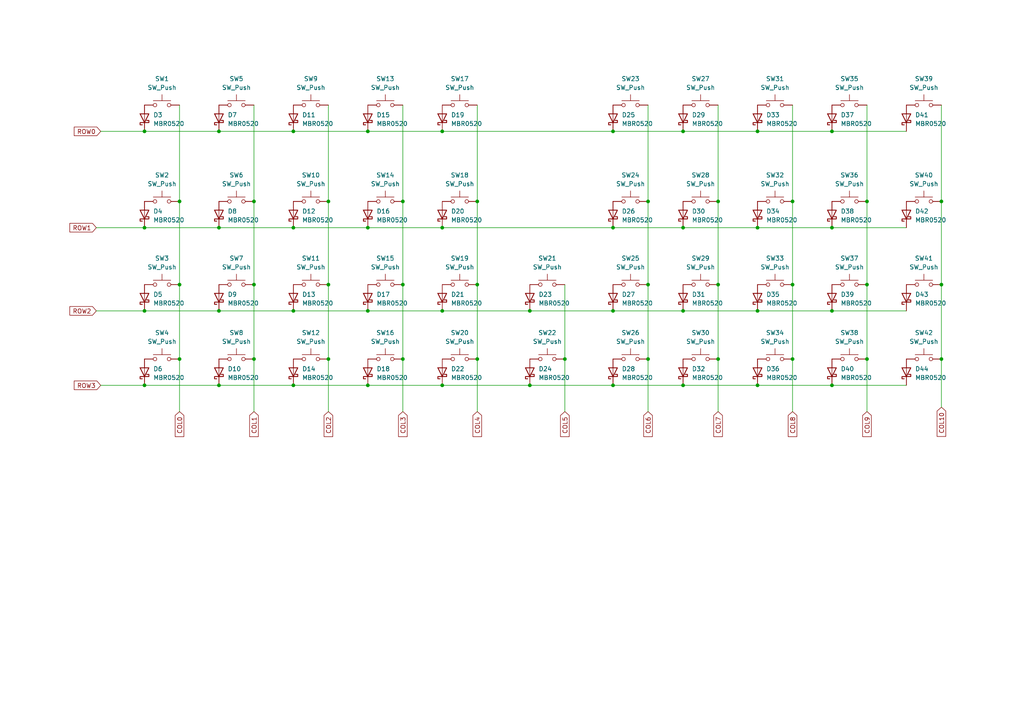
<source format=kicad_sch>
(kicad_sch (version 20211123) (generator eeschema)
  (paper "A4")
  (lib_symbols
    (symbol "Diode:MBR0520" (pin_numbers hide) (pin_names (offset 1.016) hide)
      (property "Reference" "D" (at 0 2.54 0))
      (property "Value" "MBR0520" (at 0 -2.54 0))
      (symbol "MBR0520_0_1"
        (polyline (pts (xy 1.27 0) (xy -1.27 0)))
        (polyline (pts (xy 1.27 1.27) (xy 1.27 -1.27) (xy -1.27 0) (xy 1.27 1.27)) (stroke (width 0.254)))
        (polyline (pts (xy -1.905 0.635) (xy -1.905 1.27) (xy -1.27 1.27) (xy -1.27 -1.27) (xy -0.635 -1.27) (xy -0.635 -0.635)) (stroke (width 0.254)))
      )
      (symbol "MBR0520_1_1"
        (pin passive line (at -3.81 0 0) (length 2.54) (name "K") (number "1"))
        (pin passive line (at 3.81 0 180) (length 2.54) (name "A") (number "2"))
      )
    )
    (symbol "Switch:SW_Push" (pin_numbers hide) (pin_names (offset 1.016) hide)
      (property "Reference" "SW" (at 1.27 2.54 0))
      (property "Value" "SW_Push" (at 0 -1.524 0))
      (symbol "SW_Push_0_1"
        (circle (center -2.032 0) (radius 0.508))
        (polyline (pts (xy 0 1.27) (xy 0 3.048)))
        (polyline (pts (xy 2.54 1.27) (xy -2.54 1.27)))
        (circle (center 2.032 0) (radius 0.508))
        (pin passive line (at -5.08 0 0) (length 2.54) (name "1") (number "1"))
        (pin passive line (at 5.08 0 180) (length 2.54) (name "2") (number "2"))
      )
    )
  )
  (junction (at 95.25 82.55))
  (junction (at 198.12 90.17))
  (junction (at 138.43 82.55))
  (junction (at 106.68 111.76))
  (junction (at 219.71 38.1))
  (junction (at 187.96 58.42))
  (junction (at 177.8 66.04))
  (junction (at 153.67 90.17))
  (junction (at 128.27 66.04))
  (junction (at 163.83 104.14))
  (junction (at 41.91 111.76))
  (junction (at 273.05 104.14))
  (junction (at 208.28 58.42))
  (junction (at 251.46 58.42))
  (junction (at 229.87 104.14))
  (junction (at 198.12 66.04))
  (junction (at 128.27 111.76))
  (junction (at 241.3 66.04))
  (junction (at 241.3 111.76))
  (junction (at 198.12 38.1))
  (junction (at 85.09 66.04))
  (junction (at 138.43 58.42))
  (junction (at 63.5 38.1))
  (junction (at 208.28 104.14))
  (junction (at 219.71 90.17))
  (junction (at 106.68 38.1))
  (junction (at 198.12 111.76))
  (junction (at 208.28 82.55))
  (junction (at 73.66 82.55))
  (junction (at 85.09 90.17))
  (junction (at 116.84 82.55))
  (junction (at 41.91 66.04))
  (junction (at 251.46 82.55))
  (junction (at 73.66 104.14))
  (junction (at 95.25 58.42))
  (junction (at 219.71 66.04))
  (junction (at 241.3 38.1))
  (junction (at 85.09 38.1))
  (junction (at 63.5 111.76))
  (junction (at 52.07 58.42))
  (junction (at 273.05 82.55))
  (junction (at 187.96 82.55))
  (junction (at 106.68 66.04))
  (junction (at 116.84 104.14))
  (junction (at 52.07 104.14))
  (junction (at 52.07 82.55))
  (junction (at 106.68 90.17))
  (junction (at 41.91 90.17))
  (junction (at 116.84 58.42))
  (junction (at 177.8 38.1))
  (junction (at 128.27 38.1))
  (junction (at 219.71 111.76))
  (junction (at 153.67 111.76))
  (junction (at 241.3 90.17))
  (junction (at 187.96 104.14))
  (junction (at 128.27 90.17))
  (junction (at 273.05 58.42))
  (junction (at 41.91 38.1))
  (junction (at 229.87 58.42))
  (junction (at 73.66 58.42))
  (junction (at 177.8 111.76))
  (junction (at 138.43 104.14))
  (junction (at 177.8 90.17))
  (junction (at 95.25 104.14))
  (junction (at 85.09 111.76))
  (junction (at 251.46 104.14))
  (junction (at 229.87 82.55))
  (junction (at 63.5 66.04))
  (junction (at 63.5 90.17))
  (wire (pts (xy 128.27 90.17) (xy 153.67 90.17)))
  (wire (pts (xy 95.25 30.48) (xy 95.25 58.42)))
  (wire (pts (xy 128.27 38.1) (xy 177.8 38.1)))
  (wire (pts (xy 177.8 90.17) (xy 198.12 90.17)))
  (wire (pts (xy 73.66 30.48) (xy 73.66 58.42)))
  (wire (pts (xy 52.07 104.14) (xy 52.07 119.38)))
  (wire (pts (xy 138.43 104.14) (xy 138.43 119.38)))
  (wire (pts (xy 241.3 90.17) (xy 262.89 90.17)))
  (wire (pts (xy 208.28 30.48) (xy 208.28 58.42)))
  (wire (pts (xy 208.28 58.42) (xy 208.28 82.55)))
  (wire (pts (xy 163.83 104.14) (xy 163.83 119.38)))
  (wire (pts (xy 153.67 111.76) (xy 177.8 111.76)))
  (wire (pts (xy 219.71 111.76) (xy 241.3 111.76)))
  (wire (pts (xy 219.71 38.1) (xy 241.3 38.1)))
  (wire (pts (xy 241.3 66.04) (xy 262.89 66.04)))
  (wire (pts (xy 208.28 82.55) (xy 208.28 104.14)))
  (wire (pts (xy 73.66 58.42) (xy 73.66 82.55)))
  (wire (pts (xy 41.91 66.04) (xy 63.5 66.04)))
  (wire (pts (xy 187.96 104.14) (xy 187.96 119.38)))
  (wire (pts (xy 251.46 82.55) (xy 251.46 104.14)))
  (wire (pts (xy 187.96 82.55) (xy 187.96 104.14)))
  (wire (pts (xy 229.87 58.42) (xy 229.87 82.55)))
  (wire (pts (xy 95.25 58.42) (xy 95.25 82.55)))
  (wire (pts (xy 251.46 30.48) (xy 251.46 58.42)))
  (wire (pts (xy 241.3 38.1) (xy 262.89 38.1)))
  (wire (pts (xy 73.66 82.55) (xy 73.66 104.14)))
  (wire (pts (xy 85.09 111.76) (xy 106.68 111.76)))
  (wire (pts (xy 63.5 111.76) (xy 85.09 111.76)))
  (wire (pts (xy 95.25 82.55) (xy 95.25 104.14)))
  (wire (pts (xy 106.68 111.76) (xy 128.27 111.76)))
  (wire (pts (xy 177.8 111.76) (xy 198.12 111.76)))
  (wire (pts (xy 241.3 111.76) (xy 262.89 111.76)))
  (wire (pts (xy 177.8 38.1) (xy 198.12 38.1)))
  (wire (pts (xy 73.66 104.14) (xy 73.66 119.38)))
  (wire (pts (xy 187.96 30.48) (xy 187.96 58.42)))
  (wire (pts (xy 177.8 66.04) (xy 198.12 66.04)))
  (wire (pts (xy 138.43 58.42) (xy 138.43 82.55)))
  (wire (pts (xy 138.43 30.48) (xy 138.43 58.42)))
  (wire (pts (xy 106.68 38.1) (xy 128.27 38.1)))
  (wire (pts (xy 163.83 82.55) (xy 163.83 104.14)))
  (wire (pts (xy 106.68 66.04) (xy 128.27 66.04)))
  (wire (pts (xy 29.21 38.1) (xy 41.91 38.1)))
  (wire (pts (xy 85.09 90.17) (xy 106.68 90.17)))
  (wire (pts (xy 273.05 30.48) (xy 273.05 58.42)))
  (wire (pts (xy 219.71 66.04) (xy 241.3 66.04)))
  (wire (pts (xy 273.05 104.14) (xy 273.05 118.11)))
  (wire (pts (xy 116.84 104.14) (xy 116.84 119.38)))
  (wire (pts (xy 63.5 38.1) (xy 85.09 38.1)))
  (wire (pts (xy 52.07 82.55) (xy 52.07 104.14)))
  (wire (pts (xy 63.5 90.17) (xy 85.09 90.17)))
  (wire (pts (xy 116.84 82.55) (xy 116.84 104.14)))
  (wire (pts (xy 116.84 30.48) (xy 116.84 58.42)))
  (wire (pts (xy 208.28 104.14) (xy 208.28 119.38)))
  (wire (pts (xy 27.94 66.04) (xy 41.91 66.04)))
  (wire (pts (xy 229.87 82.55) (xy 229.87 104.14)))
  (wire (pts (xy 273.05 58.42) (xy 273.05 82.55)))
  (wire (pts (xy 198.12 90.17) (xy 219.71 90.17)))
  (wire (pts (xy 85.09 66.04) (xy 106.68 66.04)))
  (wire (pts (xy 41.91 90.17) (xy 63.5 90.17)))
  (wire (pts (xy 138.43 82.55) (xy 138.43 104.14)))
  (wire (pts (xy 27.94 90.17) (xy 41.91 90.17)))
  (wire (pts (xy 187.96 58.42) (xy 187.96 82.55)))
  (wire (pts (xy 128.27 66.04) (xy 177.8 66.04)))
  (wire (pts (xy 251.46 104.14) (xy 251.46 119.38)))
  (wire (pts (xy 106.68 90.17) (xy 128.27 90.17)))
  (wire (pts (xy 153.67 90.17) (xy 177.8 90.17)))
  (wire (pts (xy 116.84 58.42) (xy 116.84 82.55)))
  (wire (pts (xy 251.46 58.42) (xy 251.46 82.55)))
  (wire (pts (xy 63.5 66.04) (xy 85.09 66.04)))
  (wire (pts (xy 128.27 111.76) (xy 153.67 111.76)))
  (wire (pts (xy 198.12 111.76) (xy 219.71 111.76)))
  (wire (pts (xy 273.05 82.55) (xy 273.05 104.14)))
  (wire (pts (xy 41.91 38.1) (xy 63.5 38.1)))
  (wire (pts (xy 198.12 38.1) (xy 219.71 38.1)))
  (wire (pts (xy 198.12 66.04) (xy 219.71 66.04)))
  (wire (pts (xy 52.07 30.48) (xy 52.07 58.42)))
  (wire (pts (xy 95.25 104.14) (xy 95.25 119.38)))
  (wire (pts (xy 229.87 104.14) (xy 229.87 119.38)))
  (wire (pts (xy 219.71 90.17) (xy 241.3 90.17)))
  (wire (pts (xy 29.21 111.76) (xy 41.91 111.76)))
  (wire (pts (xy 85.09 38.1) (xy 106.68 38.1)))
  (wire (pts (xy 41.91 111.76) (xy 63.5 111.76)))
  (wire (pts (xy 52.07 58.42) (xy 52.07 82.55)))
  (wire (pts (xy 229.87 30.48) (xy 229.87 58.42)))
  (global_label "COL8" (shape input) (at 229.87 119.38 270) (property "Intersheet References" "${INTERSHEET_REFS}" (effects hide)))
  (global_label "COL1" (shape input) (at 73.66 119.38 270) (property "Intersheet References" "${INTERSHEET_REFS}" (effects hide)))
  (global_label "ROW0" (shape input) (at 29.21 38.1 180) (property "Intersheet References" "${INTERSHEET_REFS}" (effects hide)))
  (global_label "ROW3" (shape input) (at 29.21 111.76 180) (property "Intersheet References" "${INTERSHEET_REFS}" (effects hide)))
  (global_label "COL0" (shape input) (at 52.07 119.38 270) (property "Intersheet References" "${INTERSHEET_REFS}" (effects hide)))
  (global_label "COL9" (shape input) (at 251.46 119.38 270) (property "Intersheet References" "${INTERSHEET_REFS}" (effects hide)))
  (global_label "COL5" (shape input) (at 163.83 119.38 270) (property "Intersheet References" "${INTERSHEET_REFS}" (effects hide)))
  (global_label "COL6" (shape input) (at 187.96 119.38 270) (property "Intersheet References" "${INTERSHEET_REFS}" (effects hide)))
  (global_label "COL4" (shape input) (at 138.43 119.38 270) (property "Intersheet References" "${INTERSHEET_REFS}" (effects hide)))
  (global_label "COL7" (shape input) (at 208.28 119.38 270) (property "Intersheet References" "${INTERSHEET_REFS}" (effects hide)))
  (global_label "COL10" (shape input) (at 273.05 118.11 270) (property "Intersheet References" "${INTERSHEET_REFS}" (effects hide)))
  (global_label "ROW2" (shape input) (at 27.94 90.17 180) (property "Intersheet References" "${INTERSHEET_REFS}" (effects hide)))
  (global_label "ROW1" (shape input) (at 27.94 66.04 180) (property "Intersheet References" "${INTERSHEET_REFS}" (effects hide)))
  (global_label "COL3" (shape input) (at 116.84 119.38 270) (property "Intersheet References" "${INTERSHEET_REFS}" (effects hide)))
  (global_label "COL2" (shape input) (at 95.25 119.38 270) (property "Intersheet References" "${INTERSHEET_REFS}" (effects hide)))
  (symbol (lib_id "Diode:MBR0520") (at 106.68 34.29 90) (unit 1)
    (property "Reference" "D15" (at 109.22 33.3374 90) (effects (justify right)))
    (property "Value" "MBR0520" (at 109.22 35.8774 90) (effects (justify right)))
    (property "Footprint" "Diode_SMD:D_SOD-123" (effects hide))
    (property "Datasheet" "http://www.mccsemi.com/up_pdf/MBR0520~MBR0580(SOD123).pdf" (effects hide))
  )
  (symbol (lib_id "Switch:SW_Push") (at 267.97 58.42 0) (unit 1)
    (property "Reference" "SW40" (at 267.97 50.8 0))
    (property "Value" "SW_Push" (at 267.97 53.34 0))
    (property "Footprint" "keyswitches:SW_PG1350" (effects hide))
  )
  (symbol (lib_id "Switch:SW_Push") (at 46.99 30.48 0) (unit 1)
    (property "Reference" "SW1" (at 46.99 22.86 0))
    (property "Value" "SW_Push" (at 46.99 25.4 0))
    (property "Footprint" "keyswitches:SW_PG1350" (effects hide))
  )
  (symbol (lib_id "Diode:MBR0520") (at 219.71 34.29 90) (unit 1)
    (property "Reference" "D33" (at 222.25 33.3374 90) (effects (justify right)))
    (property "Value" "MBR0520" (at 222.25 35.8774 90) (effects (justify right)))
    (property "Footprint" "Diode_SMD:D_SOD-123" (effects hide))
    (property "Datasheet" "http://www.mccsemi.com/up_pdf/MBR0520~MBR0580(SOD123).pdf" (effects hide))
  )
  (symbol (lib_id "Switch:SW_Push") (at 133.35 104.14 0) (unit 1)
    (property "Reference" "SW20" (at 133.35 96.52 0))
    (property "Value" "SW_Push" (at 133.35 99.06 0))
    (property "Footprint" "keyswitches:SW_PG1350" (effects hide))
  )
  (symbol (lib_id "Diode:MBR0520") (at 198.12 62.23 90) (unit 1)
    (property "Reference" "D30" (at 200.66 61.2774 90) (effects (justify right)))
    (property "Value" "MBR0520" (at 200.66 63.8174 90) (effects (justify right)))
    (property "Footprint" "Diode_SMD:D_SOD-123" (effects hide))
    (property "Datasheet" "http://www.mccsemi.com/up_pdf/MBR0520~MBR0580(SOD123).pdf" (effects hide))
  )
  (symbol (lib_id "Diode:MBR0520") (at 241.3 86.36 90) (unit 1)
    (property "Reference" "D39" (at 243.84 85.4074 90) (effects (justify right)))
    (property "Value" "MBR0520" (at 243.84 87.9474 90) (effects (justify right)))
    (property "Footprint" "Diode_SMD:D_SOD-123" (effects hide))
    (property "Datasheet" "http://www.mccsemi.com/up_pdf/MBR0520~MBR0580(SOD123).pdf" (effects hide))
  )
  (symbol (lib_id "Switch:SW_Push") (at 182.88 82.55 0) (unit 1)
    (property "Reference" "SW25" (at 182.88 74.93 0))
    (property "Value" "SW_Push" (at 182.88 77.47 0))
    (property "Footprint" "keyswitches:SW_PG1350" (effects hide))
  )
  (symbol (lib_id "Switch:SW_Push") (at 68.58 104.14 0) (unit 1)
    (property "Reference" "SW8" (at 68.58 96.52 0))
    (property "Value" "SW_Push" (at 68.58 99.06 0))
    (property "Footprint" "keyswitches:SW_PG1350" (effects hide))
  )
  (symbol (lib_id "Switch:SW_Push") (at 267.97 82.55 0) (unit 1)
    (property "Reference" "SW41" (at 267.97 74.93 0))
    (property "Value" "SW_Push" (at 267.97 77.47 0))
    (property "Footprint" "keyswitches:SW_PG1350" (effects hide))
  )
  (symbol (lib_id "Diode:MBR0520") (at 262.89 107.95 90) (unit 1)
    (property "Reference" "D44" (at 265.43 106.9974 90) (effects (justify right)))
    (property "Value" "MBR0520" (at 265.43 109.5374 90) (effects (justify right)))
    (property "Footprint" "Diode_SMD:D_SOD-123" (effects hide))
    (property "Datasheet" "http://www.mccsemi.com/up_pdf/MBR0520~MBR0580(SOD123).pdf" (effects hide))
  )
  (symbol (lib_id "Switch:SW_Push") (at 111.76 104.14 0) (unit 1)
    (property "Reference" "SW16" (at 111.76 96.52 0))
    (property "Value" "SW_Push" (at 111.76 99.06 0))
    (property "Footprint" "keyswitches:SW_PG1350" (effects hide))
  )
  (symbol (lib_id "Switch:SW_Push") (at 90.17 30.48 0) (unit 1)
    (property "Reference" "SW9" (at 90.17 22.86 0))
    (property "Value" "SW_Push" (at 90.17 25.4 0))
    (property "Footprint" "keyswitches:SW_PG1350" (effects hide))
  )
  (symbol (lib_id "Diode:MBR0520") (at 128.27 107.95 90) (unit 1)
    (property "Reference" "D22" (at 130.81 106.9974 90) (effects (justify right)))
    (property "Value" "MBR0520" (at 130.81 109.5374 90) (effects (justify right)))
    (property "Footprint" "Diode_SMD:D_SOD-123" (effects hide))
    (property "Datasheet" "http://www.mccsemi.com/up_pdf/MBR0520~MBR0580(SOD123).pdf" (effects hide))
  )
  (symbol (lib_id "Diode:MBR0520") (at 177.8 107.95 90) (unit 1)
    (property "Reference" "D28" (at 180.34 106.9974 90) (effects (justify right)))
    (property "Value" "MBR0520" (at 180.34 109.5374 90) (effects (justify right)))
    (property "Footprint" "Diode_SMD:D_SOD-123" (effects hide))
    (property "Datasheet" "http://www.mccsemi.com/up_pdf/MBR0520~MBR0580(SOD123).pdf" (effects hide))
  )
  (symbol (lib_id "Diode:MBR0520") (at 262.89 34.29 90) (unit 1)
    (property "Reference" "D41" (at 265.43 33.3374 90) (effects (justify right)))
    (property "Value" "MBR0520" (at 265.43 35.8774 90) (effects (justify right)))
    (property "Footprint" "Diode_SMD:D_SOD-123" (effects hide))
    (property "Datasheet" "http://www.mccsemi.com/up_pdf/MBR0520~MBR0580(SOD123).pdf" (effects hide))
  )
  (symbol (lib_id "Diode:MBR0520") (at 63.5 34.29 90) (unit 1)
    (property "Reference" "D7" (at 66.04 33.3374 90) (effects (justify right)))
    (property "Value" "MBR0520" (at 66.04 35.8774 90) (effects (justify right)))
    (property "Footprint" "Diode_SMD:D_SOD-123" (effects hide))
    (property "Datasheet" "http://www.mccsemi.com/up_pdf/MBR0520~MBR0580(SOD123).pdf" (effects hide))
  )
  (symbol (lib_id "Diode:MBR0520") (at 41.91 107.95 90) (unit 1)
    (property "Reference" "D6" (at 44.45 106.9974 90) (effects (justify right)))
    (property "Value" "MBR0520" (at 44.45 109.5374 90) (effects (justify right)))
    (property "Footprint" "Diode_SMD:D_SOD-123" (effects hide))
    (property "Datasheet" "http://www.mccsemi.com/up_pdf/MBR0520~MBR0580(SOD123).pdf" (effects hide))
  )
  (symbol (lib_id "Diode:MBR0520") (at 198.12 34.29 90) (unit 1)
    (property "Reference" "D29" (at 200.66 33.3374 90) (effects (justify right)))
    (property "Value" "MBR0520" (at 200.66 35.8774 90) (effects (justify right)))
    (property "Footprint" "Diode_SMD:D_SOD-123" (effects hide))
    (property "Datasheet" "http://www.mccsemi.com/up_pdf/MBR0520~MBR0580(SOD123).pdf" (effects hide))
  )
  (symbol (lib_id "Switch:SW_Push") (at 68.58 58.42 0) (unit 1)
    (property "Reference" "SW6" (at 68.58 50.8 0))
    (property "Value" "SW_Push" (at 68.58 53.34 0))
    (property "Footprint" "keyswitches:SW_PG1350" (effects hide))
  )
  (symbol (lib_id "Switch:SW_Push") (at 133.35 58.42 0) (unit 1)
    (property "Reference" "SW18" (at 133.35 50.8 0))
    (property "Value" "SW_Push" (at 133.35 53.34 0))
    (property "Footprint" "keyswitches:SW_PG1350" (effects hide))
  )
  (symbol (lib_id "Diode:MBR0520") (at 85.09 107.95 90) (unit 1)
    (property "Reference" "D14" (at 87.63 106.9974 90) (effects (justify right)))
    (property "Value" "MBR0520" (at 87.63 109.5374 90) (effects (justify right)))
    (property "Footprint" "Diode_SMD:D_SOD-123" (effects hide))
    (property "Datasheet" "http://www.mccsemi.com/up_pdf/MBR0520~MBR0580(SOD123).pdf" (effects hide))
  )
  (symbol (lib_id "Switch:SW_Push") (at 203.2 82.55 0) (unit 1)
    (property "Reference" "SW29" (at 203.2 74.93 0))
    (property "Value" "SW_Push" (at 203.2 77.47 0))
    (property "Footprint" "keyswitches:SW_PG1350" (effects hide))
  )
  (symbol (lib_id "Diode:MBR0520") (at 198.12 86.36 90) (unit 1)
    (property "Reference" "D31" (at 200.66 85.4074 90) (effects (justify right)))
    (property "Value" "MBR0520" (at 200.66 87.9474 90) (effects (justify right)))
    (property "Footprint" "Diode_SMD:D_SOD-123" (effects hide))
    (property "Datasheet" "http://www.mccsemi.com/up_pdf/MBR0520~MBR0580(SOD123).pdf" (effects hide))
  )
  (symbol (lib_id "Diode:MBR0520") (at 262.89 86.36 90) (unit 1)
    (property "Reference" "D43" (at 265.43 85.4074 90) (effects (justify right)))
    (property "Value" "MBR0520" (at 265.43 87.9474 90) (effects (justify right)))
    (property "Footprint" "Diode_SMD:D_SOD-123" (effects hide))
    (property "Datasheet" "http://www.mccsemi.com/up_pdf/MBR0520~MBR0580(SOD123).pdf" (effects hide))
  )
  (symbol (lib_id "Diode:MBR0520") (at 177.8 34.29 90) (unit 1)
    (property "Reference" "D25" (at 180.34 33.3374 90) (effects (justify right)))
    (property "Value" "MBR0520" (at 180.34 35.8774 90) (effects (justify right)))
    (property "Footprint" "Diode_SMD:D_SOD-123" (effects hide))
    (property "Datasheet" "http://www.mccsemi.com/up_pdf/MBR0520~MBR0580(SOD123).pdf" (effects hide))
  )
  (symbol (lib_id "Switch:SW_Push") (at 111.76 82.55 0) (unit 1)
    (property "Reference" "SW15" (at 111.76 74.93 0))
    (property "Value" "SW_Push" (at 111.76 77.47 0))
    (property "Footprint" "keyswitches:SW_PG1350" (effects hide))
  )
  (symbol (lib_id "Switch:SW_Push") (at 90.17 104.14 0) (unit 1)
    (property "Reference" "SW12" (at 90.17 96.52 0))
    (property "Value" "SW_Push" (at 90.17 99.06 0))
    (property "Footprint" "keyswitches:SW_PG1350" (effects hide))
  )
  (symbol (lib_id "Diode:MBR0520") (at 85.09 62.23 90) (unit 1)
    (property "Reference" "D12" (at 87.63 61.2774 90) (effects (justify right)))
    (property "Value" "MBR0520" (at 87.63 63.8174 90) (effects (justify right)))
    (property "Footprint" "Diode_SMD:D_SOD-123" (effects hide))
    (property "Datasheet" "http://www.mccsemi.com/up_pdf/MBR0520~MBR0580(SOD123).pdf" (effects hide))
  )
  (symbol (lib_id "Diode:MBR0520") (at 63.5 62.23 90) (unit 1)
    (property "Reference" "D8" (at 66.04 61.2774 90) (effects (justify right)))
    (property "Value" "MBR0520" (at 66.04 63.8174 90) (effects (justify right)))
    (property "Footprint" "Diode_SMD:D_SOD-123" (effects hide))
    (property "Datasheet" "http://www.mccsemi.com/up_pdf/MBR0520~MBR0580(SOD123).pdf" (effects hide))
  )
  (symbol (lib_id "Switch:SW_Push") (at 68.58 82.55 0) (unit 1)
    (property "Reference" "SW7" (at 68.58 74.93 0))
    (property "Value" "SW_Push" (at 68.58 77.47 0))
    (property "Footprint" "keyswitches:SW_PG1350" (effects hide))
  )
  (symbol (lib_id "Switch:SW_Push") (at 46.99 82.55 0) (unit 1)
    (property "Reference" "SW3" (at 46.99 74.93 0))
    (property "Value" "SW_Push" (at 46.99 77.47 0))
    (property "Footprint" "keyswitches:SW_PG1350" (effects hide))
  )
  (symbol (lib_id "Diode:MBR0520") (at 63.5 86.36 90) (unit 1)
    (property "Reference" "D9" (at 66.04 85.4074 90) (effects (justify right)))
    (property "Value" "MBR0520" (at 66.04 87.9474 90) (effects (justify right)))
    (property "Footprint" "Diode_SMD:D_SOD-123" (effects hide))
    (property "Datasheet" "http://www.mccsemi.com/up_pdf/MBR0520~MBR0580(SOD123).pdf" (effects hide))
  )
  (symbol (lib_id "Switch:SW_Push") (at 224.79 104.14 0) (unit 1)
    (property "Reference" "SW34" (at 224.79 96.52 0))
    (property "Value" "SW_Push" (at 224.79 99.06 0))
    (property "Footprint" "keyswitches:SW_PG1350" (effects hide))
  )
  (symbol (lib_id "Diode:MBR0520") (at 153.67 107.95 90) (unit 1)
    (property "Reference" "D24" (at 156.21 106.9974 90) (effects (justify right)))
    (property "Value" "MBR0520" (at 156.21 109.5374 90) (effects (justify right)))
    (property "Footprint" "Diode_SMD:D_SOD-123" (effects hide))
    (property "Datasheet" "http://www.mccsemi.com/up_pdf/MBR0520~MBR0580(SOD123).pdf" (effects hide))
  )
  (symbol (lib_id "Switch:SW_Push") (at 158.75 82.55 0) (unit 1)
    (property "Reference" "SW21" (at 158.75 74.93 0))
    (property "Value" "SW_Push" (at 158.75 77.47 0))
    (property "Footprint" "keyswitches:SW_PG1350" (effects hide))
  )
  (symbol (lib_id "Diode:MBR0520") (at 219.71 62.23 90) (unit 1)
    (property "Reference" "D34" (at 222.25 61.2774 90) (effects (justify right)))
    (property "Value" "MBR0520" (at 222.25 63.8174 90) (effects (justify right)))
    (property "Footprint" "Diode_SMD:D_SOD-123" (effects hide))
    (property "Datasheet" "http://www.mccsemi.com/up_pdf/MBR0520~MBR0580(SOD123).pdf" (effects hide))
  )
  (symbol (lib_id "Switch:SW_Push") (at 111.76 30.48 0) (unit 1)
    (property "Reference" "SW13" (at 111.76 22.86 0))
    (property "Value" "SW_Push" (at 111.76 25.4 0))
    (property "Footprint" "keyswitches:SW_PG1350" (effects hide))
  )
  (symbol (lib_id "Switch:SW_Push") (at 182.88 30.48 0) (unit 1)
    (property "Reference" "SW23" (at 182.88 22.86 0))
    (property "Value" "SW_Push" (at 182.88 25.4 0))
    (property "Footprint" "keyswitches:SW_PG1350" (effects hide))
  )
  (symbol (lib_id "Diode:MBR0520") (at 177.8 62.23 90) (unit 1)
    (property "Reference" "D26" (at 180.34 61.2774 90) (effects (justify right)))
    (property "Value" "MBR0520" (at 180.34 63.8174 90) (effects (justify right)))
    (property "Footprint" "Diode_SMD:D_SOD-123" (effects hide))
    (property "Datasheet" "http://www.mccsemi.com/up_pdf/MBR0520~MBR0580(SOD123).pdf" (effects hide))
  )
  (symbol (lib_id "Diode:MBR0520") (at 106.68 107.95 90) (unit 1)
    (property "Reference" "D18" (at 109.22 106.9974 90) (effects (justify right)))
    (property "Value" "MBR0520" (at 109.22 109.5374 90) (effects (justify right)))
    (property "Footprint" "Diode_SMD:D_SOD-123" (effects hide))
    (property "Datasheet" "http://www.mccsemi.com/up_pdf/MBR0520~MBR0580(SOD123).pdf" (effects hide))
  )
  (symbol (lib_id "Diode:MBR0520") (at 85.09 86.36 90) (unit 1)
    (property "Reference" "D13" (at 87.63 85.4074 90) (effects (justify right)))
    (property "Value" "MBR0520" (at 87.63 87.9474 90) (effects (justify right)))
    (property "Footprint" "Diode_SMD:D_SOD-123" (effects hide))
    (property "Datasheet" "http://www.mccsemi.com/up_pdf/MBR0520~MBR0580(SOD123).pdf" (effects hide))
  )
  (symbol (lib_id "Switch:SW_Push") (at 46.99 58.42 0) (unit 1)
    (property "Reference" "SW2" (at 46.99 50.8 0))
    (property "Value" "SW_Push" (at 46.99 53.34 0))
    (property "Footprint" "keyswitches:SW_PG1350" (effects hide))
  )
  (symbol (lib_id "Switch:SW_Push") (at 90.17 58.42 0) (unit 1)
    (property "Reference" "SW10" (at 90.17 50.8 0))
    (property "Value" "SW_Push" (at 90.17 53.34 0))
    (property "Footprint" "keyswitches:SW_PG1350" (effects hide))
  )
  (symbol (lib_id "Diode:MBR0520") (at 153.67 86.36 90) (unit 1)
    (property "Reference" "D23" (at 156.21 85.4074 90) (effects (justify right)))
    (property "Value" "MBR0520" (at 156.21 87.9474 90) (effects (justify right)))
    (property "Footprint" "Diode_SMD:D_SOD-123" (effects hide))
    (property "Datasheet" "http://www.mccsemi.com/up_pdf/MBR0520~MBR0580(SOD123).pdf" (effects hide))
  )
  (symbol (lib_id "Diode:MBR0520") (at 219.71 86.36 90) (unit 1)
    (property "Reference" "D35" (at 222.25 85.4074 90) (effects (justify right)))
    (property "Value" "MBR0520" (at 222.25 87.9474 90) (effects (justify right)))
    (property "Footprint" "Diode_SMD:D_SOD-123" (effects hide))
    (property "Datasheet" "http://www.mccsemi.com/up_pdf/MBR0520~MBR0580(SOD123).pdf" (effects hide))
  )
  (symbol (lib_id "Switch:SW_Push") (at 158.75 104.14 0) (unit 1)
    (property "Reference" "SW22" (at 158.75 96.52 0))
    (property "Value" "SW_Push" (at 158.75 99.06 0))
    (property "Footprint" "keyswitches:SW_PG1350" (effects hide))
  )
  (symbol (lib_id "Diode:MBR0520") (at 128.27 34.29 90) (unit 1)
    (property "Reference" "D19" (at 130.81 33.3374 90) (effects (justify right)))
    (property "Value" "MBR0520" (at 130.81 35.8774 90) (effects (justify right)))
    (property "Footprint" "Diode_SMD:D_SOD-123" (effects hide))
    (property "Datasheet" "http://www.mccsemi.com/up_pdf/MBR0520~MBR0580(SOD123).pdf" (effects hide))
  )
  (symbol (lib_id "Switch:SW_Push") (at 224.79 58.42 0) (unit 1)
    (property "Reference" "SW32" (at 224.79 50.8 0))
    (property "Value" "SW_Push" (at 224.79 53.34 0))
    (property "Footprint" "keyswitches:SW_PG1350" (effects hide))
  )
  (symbol (lib_id "Switch:SW_Push") (at 90.17 82.55 0) (unit 1)
    (property "Reference" "SW11" (at 90.17 74.93 0))
    (property "Value" "SW_Push" (at 90.17 77.47 0))
    (property "Footprint" "keyswitches:SW_PG1350" (effects hide))
  )
  (symbol (lib_id "Diode:MBR0520") (at 241.3 34.29 90) (unit 1)
    (property "Reference" "D37" (at 243.84 33.3374 90) (effects (justify right)))
    (property "Value" "MBR0520" (at 243.84 35.8774 90) (effects (justify right)))
    (property "Footprint" "Diode_SMD:D_SOD-123" (effects hide))
    (property "Datasheet" "http://www.mccsemi.com/up_pdf/MBR0520~MBR0580(SOD123).pdf" (effects hide))
  )
  (symbol (lib_id "Switch:SW_Push") (at 246.38 30.48 0) (unit 1)
    (property "Reference" "SW35" (at 246.38 22.86 0))
    (property "Value" "SW_Push" (at 246.38 25.4 0))
    (property "Footprint" "keyswitches:SW_PG1350" (effects hide))
  )
  (symbol (lib_id "Diode:MBR0520") (at 198.12 107.95 90) (unit 1)
    (property "Reference" "D32" (at 200.66 106.9974 90) (effects (justify right)))
    (property "Value" "MBR0520" (at 200.66 109.5374 90) (effects (justify right)))
    (property "Footprint" "Diode_SMD:D_SOD-123" (effects hide))
    (property "Datasheet" "http://www.mccsemi.com/up_pdf/MBR0520~MBR0580(SOD123).pdf" (effects hide))
  )
  (symbol (lib_id "Diode:MBR0520") (at 41.91 62.23 90) (unit 1)
    (property "Reference" "D4" (at 44.45 61.2774 90) (effects (justify right)))
    (property "Value" "MBR0520" (at 44.45 63.8174 90) (effects (justify right)))
    (property "Footprint" "Diode_SMD:D_SOD-123" (effects hide))
    (property "Datasheet" "http://www.mccsemi.com/up_pdf/MBR0520~MBR0580(SOD123).pdf" (effects hide))
  )
  (symbol (lib_id "Diode:MBR0520") (at 262.89 62.23 90) (unit 1)
    (property "Reference" "D42" (at 265.43 61.2774 90) (effects (justify right)))
    (property "Value" "MBR0520" (at 265.43 63.8174 90) (effects (justify right)))
    (property "Footprint" "Diode_SMD:D_SOD-123" (effects hide))
    (property "Datasheet" "http://www.mccsemi.com/up_pdf/MBR0520~MBR0580(SOD123).pdf" (effects hide))
  )
  (symbol (lib_id "Switch:SW_Push") (at 203.2 104.14 0) (unit 1)
    (property "Reference" "SW30" (at 203.2 96.52 0))
    (property "Value" "SW_Push" (at 203.2 99.06 0))
    (property "Footprint" "keyswitches:SW_PG1350" (effects hide))
  )
  (symbol (lib_id "Switch:SW_Push") (at 224.79 30.48 0) (unit 1)
    (property "Reference" "SW31" (at 224.79 22.86 0))
    (property "Value" "SW_Push" (at 224.79 25.4 0))
    (property "Footprint" "keyswitches:SW_PG1350" (effects hide))
  )
  (symbol (lib_id "Diode:MBR0520") (at 219.71 107.95 90) (unit 1)
    (property "Reference" "D36" (at 222.25 106.9974 90) (effects (justify right)))
    (property "Value" "MBR0520" (at 222.25 109.5374 90) (effects (justify right)))
    (property "Footprint" "Diode_SMD:D_SOD-123" (effects hide))
    (property "Datasheet" "http://www.mccsemi.com/up_pdf/MBR0520~MBR0580(SOD123).pdf" (effects hide))
  )
  (symbol (lib_id "Switch:SW_Push") (at 246.38 58.42 0) (unit 1)
    (property "Reference" "SW36" (at 246.38 50.8 0))
    (property "Value" "SW_Push" (at 246.38 53.34 0))
    (property "Footprint" "keyswitches:SW_PG1350" (effects hide))
  )
  (symbol (lib_id "Switch:SW_Push") (at 203.2 30.48 0) (unit 1)
    (property "Reference" "SW27" (at 203.2 22.86 0))
    (property "Value" "SW_Push" (at 203.2 25.4 0))
    (property "Footprint" "keyswitches:SW_PG1350" (effects hide))
  )
  (symbol (lib_id "Diode:MBR0520") (at 128.27 62.23 90) (unit 1)
    (property "Reference" "D20" (at 130.81 61.2774 90) (effects (justify right)))
    (property "Value" "MBR0520" (at 130.81 63.8174 90) (effects (justify right)))
    (property "Footprint" "Diode_SMD:D_SOD-123" (effects hide))
    (property "Datasheet" "http://www.mccsemi.com/up_pdf/MBR0520~MBR0580(SOD123).pdf" (effects hide))
  )
  (symbol (lib_id "Switch:SW_Push") (at 111.76 58.42 0) (unit 1)
    (property "Reference" "SW14" (at 111.76 50.8 0))
    (property "Value" "SW_Push" (at 111.76 53.34 0))
    (property "Footprint" "keyswitches:SW_PG1350" (effects hide))
  )
  (symbol (lib_id "Diode:MBR0520") (at 128.27 86.36 90) (unit 1)
    (property "Reference" "D21" (at 130.81 85.4074 90) (effects (justify right)))
    (property "Value" "MBR0520" (at 130.81 87.9474 90) (effects (justify right)))
    (property "Footprint" "Diode_SMD:D_SOD-123" (effects hide))
    (property "Datasheet" "http://www.mccsemi.com/up_pdf/MBR0520~MBR0580(SOD123).pdf" (effects hide))
  )
  (symbol (lib_id "Switch:SW_Push") (at 267.97 104.14 0) (unit 1)
    (property "Reference" "SW42" (at 267.97 96.52 0))
    (property "Value" "SW_Push" (at 267.97 99.06 0))
    (property "Footprint" "keyswitches:SW_PG1350" (effects hide))
  )
  (symbol (lib_id "Switch:SW_Push") (at 246.38 82.55 0) (unit 1)
    (property "Reference" "SW37" (at 246.38 74.93 0))
    (property "Value" "SW_Push" (at 246.38 77.47 0))
    (property "Footprint" "keyswitches:SW_PG1350" (effects hide))
  )
  (symbol (lib_id "Diode:MBR0520") (at 63.5 107.95 90) (unit 1)
    (property "Reference" "D10" (at 66.04 106.9974 90) (effects (justify right)))
    (property "Value" "MBR0520" (at 66.04 109.5374 90) (effects (justify right)))
    (property "Footprint" "Diode_SMD:D_SOD-123" (effects hide))
    (property "Datasheet" "http://www.mccsemi.com/up_pdf/MBR0520~MBR0580(SOD123).pdf" (effects hide))
  )
  (symbol (lib_id "Switch:SW_Push") (at 182.88 58.42 0) (unit 1)
    (property "Reference" "SW24" (at 182.88 50.8 0))
    (property "Value" "SW_Push" (at 182.88 53.34 0))
    (property "Footprint" "keyswitches:SW_PG1350" (effects hide))
  )
  (symbol (lib_id "Diode:MBR0520") (at 41.91 34.29 90) (unit 1)
    (property "Reference" "D3" (at 44.45 33.3374 90) (effects (justify right)))
    (property "Value" "MBR0520" (at 44.45 35.8774 90) (effects (justify right)))
    (property "Footprint" "Diode_SMD:D_SOD-123" (effects hide))
    (property "Datasheet" "http://www.mccsemi.com/up_pdf/MBR0520~MBR0580(SOD123).pdf" (effects hide))
  )
  (symbol (lib_id "Switch:SW_Push") (at 182.88 104.14 0) (unit 1)
    (property "Reference" "SW26" (at 182.88 96.52 0))
    (property "Value" "SW_Push" (at 182.88 99.06 0))
    (property "Footprint" "keyswitches:SW_PG1350" (effects hide))
  )
  (symbol (lib_id "Diode:MBR0520") (at 241.3 62.23 90) (unit 1)
    (property "Reference" "D38" (at 243.84 61.2774 90) (effects (justify right)))
    (property "Value" "MBR0520" (at 243.84 63.8174 90) (effects (justify right)))
    (property "Footprint" "Diode_SMD:D_SOD-123" (effects hide))
    (property "Datasheet" "http://www.mccsemi.com/up_pdf/MBR0520~MBR0580(SOD123).pdf" (effects hide))
  )
  (symbol (lib_id "Diode:MBR0520") (at 106.68 62.23 90) (unit 1)
    (property "Reference" "D16" (at 109.22 61.2774 90) (effects (justify right)))
    (property "Value" "MBR0520" (at 109.22 63.8174 90) (effects (justify right)))
    (property "Footprint" "Diode_SMD:D_SOD-123" (effects hide))
    (property "Datasheet" "http://www.mccsemi.com/up_pdf/MBR0520~MBR0580(SOD123).pdf" (effects hide))
  )
  (symbol (lib_id "Diode:MBR0520") (at 106.68 86.36 90) (unit 1)
    (property "Reference" "D17" (at 109.22 85.4074 90) (effects (justify right)))
    (property "Value" "MBR0520" (at 109.22 87.9474 90) (effects (justify right)))
    (property "Footprint" "Diode_SMD:D_SOD-123" (effects hide))
    (property "Datasheet" "http://www.mccsemi.com/up_pdf/MBR0520~MBR0580(SOD123).pdf" (effects hide))
  )
  (symbol (lib_id "Diode:MBR0520") (at 41.91 86.36 90) (unit 1)
    (property "Reference" "D5" (at 44.45 85.4074 90) (effects (justify right)))
    (property "Value" "MBR0520" (at 44.45 87.9474 90) (effects (justify right)))
    (property "Footprint" "Diode_SMD:D_SOD-123" (effects hide))
    (property "Datasheet" "http://www.mccsemi.com/up_pdf/MBR0520~MBR0580(SOD123).pdf" (effects hide))
  )
  (symbol (lib_id "Diode:MBR0520") (at 241.3 107.95 90) (unit 1)
    (property "Reference" "D40" (at 243.84 106.9974 90) (effects (justify right)))
    (property "Value" "MBR0520" (at 243.84 109.5374 90) (effects (justify right)))
    (property "Footprint" "Diode_SMD:D_SOD-123" (effects hide))
    (property "Datasheet" "http://www.mccsemi.com/up_pdf/MBR0520~MBR0580(SOD123).pdf" (effects hide))
  )
  (symbol (lib_id "Switch:SW_Push") (at 68.58 30.48 0) (unit 1)
    (property "Reference" "SW5" (at 68.58 22.86 0))
    (property "Value" "SW_Push" (at 68.58 25.4 0))
    (property "Footprint" "keyswitches:SW_PG1350" (effects hide))
  )
  (symbol (lib_id "Switch:SW_Push") (at 46.99 104.14 0) (unit 1)
    (property "Reference" "SW4" (at 46.99 96.52 0))
    (property "Value" "SW_Push" (at 46.99 99.06 0))
    (property "Footprint" "keyswitches:SW_PG1350" (effects hide))
  )
  (symbol (lib_id "Switch:SW_Push") (at 203.2 58.42 0) (unit 1)
    (property "Reference" "SW28" (at 203.2 50.8 0))
    (property "Value" "SW_Push" (at 203.2 53.34 0))
    (property "Footprint" "keyswitches:SW_PG1350" (effects hide))
  )
  (symbol (lib_id "Switch:SW_Push") (at 246.38 104.14 0) (unit 1)
    (property "Reference" "SW38" (at 246.38 96.52 0))
    (property "Value" "SW_Push" (at 246.38 99.06 0))
    (property "Footprint" "keyswitches:SW_PG1350" (effects hide))
  )
  (symbol (lib_id "Diode:MBR0520") (at 177.8 86.36 90) (unit 1)
    (property "Reference" "D27" (at 180.34 85.4074 90) (effects (justify right)))
    (property "Value" "MBR0520" (at 180.34 87.9474 90) (effects (justify right)))
    (property "Footprint" "Diode_SMD:D_SOD-123" (effects hide))
    (property "Datasheet" "http://www.mccsemi.com/up_pdf/MBR0520~MBR0580(SOD123).pdf" (effects hide))
  )
  (symbol (lib_id "Switch:SW_Push") (at 133.35 82.55 0) (unit 1)
    (property "Reference" "SW19" (at 133.35 74.93 0))
    (property "Value" "SW_Push" (at 133.35 77.47 0))
    (property "Footprint" "keyswitches:SW_PG1350" (effects hide))
  )
  (symbol (lib_id "Switch:SW_Push") (at 267.97 30.48 0) (unit 1)
    (property "Reference" "SW39" (at 267.97 22.86 0))
    (property "Value" "SW_Push" (at 267.97 25.4 0))
    (property "Footprint" "keyswitches:SW_PG1350" (effects hide))
  )
  (symbol (lib_id "Switch:SW_Push") (at 224.79 82.55 0) (unit 1)
    (property "Reference" "SW33" (at 224.79 74.93 0))
    (property "Value" "SW_Push" (at 224.79 77.47 0))
    (property "Footprint" "keyswitches:SW_PG1350" (effects hide))
  )
  (symbol (lib_id "Diode:MBR0520") (at 85.09 34.29 90) (unit 1)
    (property "Reference" "D11" (at 87.63 33.3374 90) (effects (justify right)))
    (property "Value" "MBR0520" (at 87.63 35.8774 90) (effects (justify right)))
    (property "Footprint" "Diode_SMD:D_SOD-123" (effects hide))
    (property "Datasheet" "http://www.mccsemi.com/up_pdf/MBR0520~MBR0580(SOD123).pdf" (effects hide))
  )
  (symbol (lib_id "Switch:SW_Push") (at 133.35 30.48 0) (unit 1)
    (property "Reference" "SW17" (at 133.35 22.86 0))
    (property "Value" "SW_Push" (at 133.35 25.4 0))
    (property "Footprint" "keyswitches:SW_PG1350" (effects hide))
  )
)
</source>
